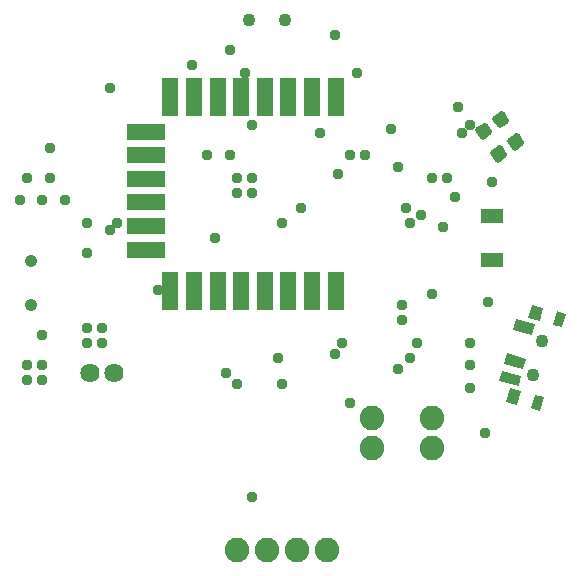
<source format=gbr>
G04 EAGLE Gerber RS-274X export*
G75*
%MOMM*%
%FSLAX34Y34*%
%LPD*%
%INSoldermask Bottom*%
%IPPOS*%
%AMOC8*
5,1,8,0,0,1.08239X$1,22.5*%
G01*
%ADD10C,1.625600*%
%ADD11C,0.505344*%
%ADD12C,1.053200*%
%ADD13C,2.082800*%
%ADD14R,0.903200X1.703200*%
%ADD15R,1.203200X0.803200*%
%ADD16R,1.203200X1.003200*%
%ADD17C,1.103200*%
%ADD18R,1.903200X1.203200*%
%ADD19R,1.403200X3.203200*%
%ADD20R,3.203200X1.403200*%
%ADD21C,0.959600*%


D10*
X78900Y177800D03*
X98900Y177800D03*
D11*
X407056Y383177D02*
X411059Y377460D01*
X407056Y383177D02*
X412773Y387180D01*
X416776Y381463D01*
X411059Y377460D01*
X407698Y382260D02*
X416218Y382260D01*
X412857Y387060D02*
X412602Y387060D01*
X421424Y393237D02*
X425427Y387520D01*
X421424Y393237D02*
X427141Y397240D01*
X431144Y391523D01*
X425427Y387520D01*
X422066Y392320D02*
X430586Y392320D01*
X427225Y397120D02*
X426970Y397120D01*
X439841Y378190D02*
X443844Y372473D01*
X438127Y368470D01*
X434124Y374187D01*
X439841Y378190D01*
X443286Y373270D02*
X434766Y373270D01*
X439670Y378070D02*
X439925Y378070D01*
X425473Y368130D02*
X429476Y362413D01*
X423759Y358410D01*
X419756Y364127D01*
X425473Y368130D01*
X428918Y363210D02*
X420398Y363210D01*
X425302Y368010D02*
X425557Y368010D01*
D12*
X28350Y273000D03*
X28350Y235000D03*
D13*
X368300Y114300D03*
X368300Y139700D03*
X317500Y114300D03*
X317500Y139700D03*
X203200Y27940D03*
X228600Y27940D03*
X254000Y27940D03*
X279400Y27940D03*
D14*
G36*
X425079Y171138D02*
X427417Y179862D01*
X443867Y175454D01*
X441529Y166730D01*
X425079Y171138D01*
G37*
G36*
X428961Y185627D02*
X431299Y194351D01*
X447749Y189943D01*
X445411Y181219D01*
X428961Y185627D01*
G37*
G36*
X436726Y214605D02*
X439064Y223329D01*
X455514Y218921D01*
X453176Y210197D01*
X436726Y214605D01*
G37*
D15*
G36*
X462848Y157427D02*
X459734Y145806D01*
X451976Y147885D01*
X455090Y159506D01*
X462848Y157427D01*
G37*
D16*
G36*
X443530Y162603D02*
X440416Y150982D01*
X430726Y153579D01*
X433840Y165200D01*
X443530Y162603D01*
G37*
D15*
G36*
X481742Y227939D02*
X478628Y216318D01*
X470870Y218397D01*
X473984Y230018D01*
X481742Y227939D01*
G37*
D16*
G36*
X462424Y233115D02*
X459310Y221494D01*
X449620Y224091D01*
X452734Y235712D01*
X462424Y233115D01*
G37*
D17*
X453318Y176011D03*
X461082Y204989D03*
X213600Y476250D03*
X243600Y476250D03*
D18*
X419100Y311100D03*
X419100Y273100D03*
D19*
X286600Y247200D03*
X266600Y247200D03*
X246600Y247200D03*
X226600Y247200D03*
X206600Y247200D03*
X186600Y247200D03*
X166600Y247200D03*
X146600Y247200D03*
X286600Y411200D03*
X266600Y411200D03*
X226600Y411200D03*
X246600Y411200D03*
X206600Y411200D03*
X186600Y411200D03*
X166600Y411200D03*
X146600Y411200D03*
D20*
X125600Y362200D03*
X125600Y342200D03*
X125600Y322200D03*
X125600Y302200D03*
X125600Y282200D03*
X125600Y382200D03*
D21*
X25400Y342900D03*
X44450Y342900D03*
X38100Y323850D03*
X19050Y323850D03*
X203200Y342900D03*
X215900Y342900D03*
X215900Y330200D03*
X203200Y330200D03*
X196850Y361950D03*
X215900Y387350D03*
X298450Y361950D03*
X311150Y361950D03*
X368300Y342900D03*
X381000Y342900D03*
X393700Y381000D03*
X400050Y387350D03*
X95250Y298450D03*
X101600Y304800D03*
X76200Y215900D03*
X88900Y215900D03*
X88900Y203200D03*
X76200Y203200D03*
X38100Y209550D03*
X25400Y184150D03*
X38100Y184150D03*
X25400Y171450D03*
X38100Y171450D03*
X349250Y190500D03*
X400050Y184150D03*
X342900Y222250D03*
X342900Y234950D03*
X196850Y450850D03*
X285750Y463550D03*
X298450Y152400D03*
X339725Y180975D03*
X387350Y327025D03*
X136525Y247650D03*
X76200Y304800D03*
X76200Y279400D03*
X57150Y323850D03*
X165100Y438150D03*
X44450Y368300D03*
X95250Y419100D03*
X412750Y127000D03*
X273050Y381000D03*
X415925Y238125D03*
X368300Y244475D03*
X304800Y431800D03*
X285750Y193675D03*
X209550Y431800D03*
X346075Y317500D03*
X339725Y352425D03*
X333375Y384175D03*
X288925Y346075D03*
X377825Y301625D03*
X358775Y311150D03*
X215900Y73025D03*
X238125Y190500D03*
X241300Y168275D03*
X193675Y177800D03*
X203200Y168275D03*
X184150Y292100D03*
X241300Y304800D03*
X349250Y304800D03*
X400050Y165100D03*
X400050Y203200D03*
X177800Y361950D03*
X257175Y317500D03*
X390525Y403225D03*
X419100Y339725D03*
X292100Y203200D03*
X355600Y203200D03*
M02*

</source>
